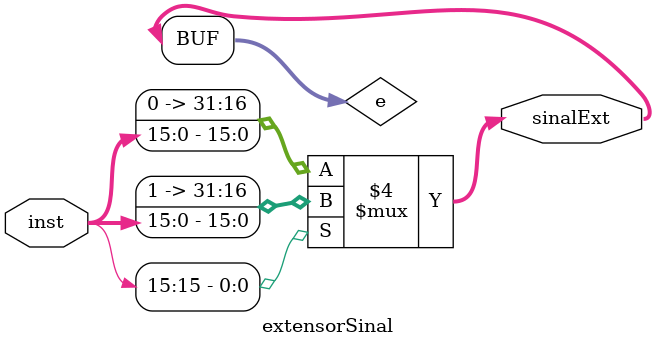
<source format=v>
module extensorSinal (input wire [15:0] inst, output wire[31:0] sinalExt);
	
	reg [31:0] e;
	
	always @ (inst)
	begin
		if (inst[15] == 0)
			e = inst;
		else
			e = {16'b1111111111111111, inst};
	end
	
	assign sinalExt = e;

endmodule

//modulo q possui uma entrada de 16 bits e gera uma saida de 32
</source>
